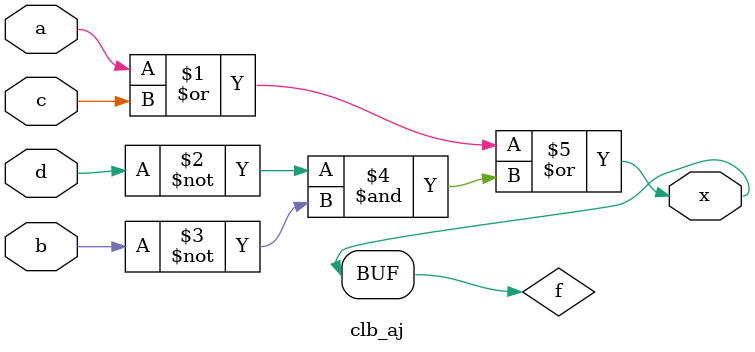
<source format=v>
module clb_aj(
	input a,
	input b,
	input c,
	input d,
	output x
);
	
	wire f;
	
	assign f = a | c | ~d & ~b;

	assign x = f;
	

endmodule

</source>
